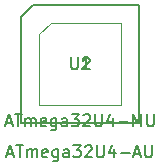
<source format=gbr>
G04 #@! TF.GenerationSoftware,KiCad,Pcbnew,(5.1.10)-1*
G04 #@! TF.CreationDate,2021-12-08T21:24:47+07:00*
G04 #@! TF.ProjectId,32u4mu to 32u4au,33327534-6d75-4207-946f-203332753461,rev?*
G04 #@! TF.SameCoordinates,Original*
G04 #@! TF.FileFunction,Other,Fab,Top*
%FSLAX46Y46*%
G04 Gerber Fmt 4.6, Leading zero omitted, Abs format (unit mm)*
G04 Created by KiCad (PCBNEW (5.1.10)-1) date 2021-12-08 21:24:47*
%MOMM*%
%LPD*%
G01*
G04 APERTURE LIST*
%ADD10C,0.100000*%
%ADD11C,0.150000*%
G04 APERTURE END LIST*
D10*
X91956250Y-54443750D02*
X97956250Y-54443750D01*
X97956250Y-54443750D02*
X97956250Y-61443750D01*
X97956250Y-61443750D02*
X90956250Y-61443750D01*
X90956250Y-61443750D02*
X90956250Y-55443750D01*
X90956250Y-55443750D02*
X91956250Y-54443750D01*
D11*
X90456250Y-52943750D02*
X99456250Y-52943750D01*
X99456250Y-52943750D02*
X99456250Y-62943750D01*
X99456250Y-62943750D02*
X89456250Y-62943750D01*
X89456250Y-62943750D02*
X89456250Y-53943750D01*
X89456250Y-53943750D02*
X90456250Y-52943750D01*
X88170535Y-62930416D02*
X88646726Y-62930416D01*
X88075297Y-63216130D02*
X88408630Y-62216130D01*
X88741964Y-63216130D01*
X88932440Y-62216130D02*
X89503869Y-62216130D01*
X89218154Y-63216130D02*
X89218154Y-62216130D01*
X89837202Y-63216130D02*
X89837202Y-62549464D01*
X89837202Y-62644702D02*
X89884821Y-62597083D01*
X89980059Y-62549464D01*
X90122916Y-62549464D01*
X90218154Y-62597083D01*
X90265773Y-62692321D01*
X90265773Y-63216130D01*
X90265773Y-62692321D02*
X90313392Y-62597083D01*
X90408630Y-62549464D01*
X90551488Y-62549464D01*
X90646726Y-62597083D01*
X90694345Y-62692321D01*
X90694345Y-63216130D01*
X91551488Y-63168511D02*
X91456250Y-63216130D01*
X91265773Y-63216130D01*
X91170535Y-63168511D01*
X91122916Y-63073273D01*
X91122916Y-62692321D01*
X91170535Y-62597083D01*
X91265773Y-62549464D01*
X91456250Y-62549464D01*
X91551488Y-62597083D01*
X91599107Y-62692321D01*
X91599107Y-62787559D01*
X91122916Y-62882797D01*
X92456250Y-62549464D02*
X92456250Y-63358988D01*
X92408630Y-63454226D01*
X92361011Y-63501845D01*
X92265773Y-63549464D01*
X92122916Y-63549464D01*
X92027678Y-63501845D01*
X92456250Y-63168511D02*
X92361011Y-63216130D01*
X92170535Y-63216130D01*
X92075297Y-63168511D01*
X92027678Y-63120892D01*
X91980059Y-63025654D01*
X91980059Y-62739940D01*
X92027678Y-62644702D01*
X92075297Y-62597083D01*
X92170535Y-62549464D01*
X92361011Y-62549464D01*
X92456250Y-62597083D01*
X93361011Y-63216130D02*
X93361011Y-62692321D01*
X93313392Y-62597083D01*
X93218154Y-62549464D01*
X93027678Y-62549464D01*
X92932440Y-62597083D01*
X93361011Y-63168511D02*
X93265773Y-63216130D01*
X93027678Y-63216130D01*
X92932440Y-63168511D01*
X92884821Y-63073273D01*
X92884821Y-62978035D01*
X92932440Y-62882797D01*
X93027678Y-62835178D01*
X93265773Y-62835178D01*
X93361011Y-62787559D01*
X93741964Y-62216130D02*
X94361011Y-62216130D01*
X94027678Y-62597083D01*
X94170535Y-62597083D01*
X94265773Y-62644702D01*
X94313392Y-62692321D01*
X94361011Y-62787559D01*
X94361011Y-63025654D01*
X94313392Y-63120892D01*
X94265773Y-63168511D01*
X94170535Y-63216130D01*
X93884821Y-63216130D01*
X93789583Y-63168511D01*
X93741964Y-63120892D01*
X94741964Y-62311369D02*
X94789583Y-62263750D01*
X94884821Y-62216130D01*
X95122916Y-62216130D01*
X95218154Y-62263750D01*
X95265773Y-62311369D01*
X95313392Y-62406607D01*
X95313392Y-62501845D01*
X95265773Y-62644702D01*
X94694345Y-63216130D01*
X95313392Y-63216130D01*
X95741964Y-62216130D02*
X95741964Y-63025654D01*
X95789583Y-63120892D01*
X95837202Y-63168511D01*
X95932440Y-63216130D01*
X96122916Y-63216130D01*
X96218154Y-63168511D01*
X96265773Y-63120892D01*
X96313392Y-63025654D01*
X96313392Y-62216130D01*
X97218154Y-62549464D02*
X97218154Y-63216130D01*
X96980059Y-62168511D02*
X96741964Y-62882797D01*
X97361011Y-62882797D01*
X97741964Y-62835178D02*
X98503869Y-62835178D01*
X98980059Y-63216130D02*
X98980059Y-62216130D01*
X99313392Y-62930416D01*
X99646726Y-62216130D01*
X99646726Y-63216130D01*
X100122916Y-62216130D02*
X100122916Y-63025654D01*
X100170535Y-63120892D01*
X100218154Y-63168511D01*
X100313392Y-63216130D01*
X100503869Y-63216130D01*
X100599107Y-63168511D01*
X100646726Y-63120892D01*
X100694345Y-63025654D01*
X100694345Y-62216130D01*
X93694345Y-57396130D02*
X93694345Y-58205654D01*
X93741964Y-58300892D01*
X93789583Y-58348511D01*
X93884821Y-58396130D01*
X94075297Y-58396130D01*
X94170535Y-58348511D01*
X94218154Y-58300892D01*
X94265773Y-58205654D01*
X94265773Y-57396130D01*
X94694345Y-57491369D02*
X94741964Y-57443750D01*
X94837202Y-57396130D01*
X95075297Y-57396130D01*
X95170535Y-57443750D01*
X95218154Y-57491369D01*
X95265773Y-57586607D01*
X95265773Y-57681845D01*
X95218154Y-57824702D01*
X94646726Y-58396130D01*
X95265773Y-58396130D01*
X88313392Y-65560416D02*
X88789583Y-65560416D01*
X88218154Y-65846130D02*
X88551488Y-64846130D01*
X88884821Y-65846130D01*
X89075297Y-64846130D02*
X89646726Y-64846130D01*
X89361011Y-65846130D02*
X89361011Y-64846130D01*
X89980059Y-65846130D02*
X89980059Y-65179464D01*
X89980059Y-65274702D02*
X90027678Y-65227083D01*
X90122916Y-65179464D01*
X90265773Y-65179464D01*
X90361011Y-65227083D01*
X90408630Y-65322321D01*
X90408630Y-65846130D01*
X90408630Y-65322321D02*
X90456250Y-65227083D01*
X90551488Y-65179464D01*
X90694345Y-65179464D01*
X90789583Y-65227083D01*
X90837202Y-65322321D01*
X90837202Y-65846130D01*
X91694345Y-65798511D02*
X91599107Y-65846130D01*
X91408630Y-65846130D01*
X91313392Y-65798511D01*
X91265773Y-65703273D01*
X91265773Y-65322321D01*
X91313392Y-65227083D01*
X91408630Y-65179464D01*
X91599107Y-65179464D01*
X91694345Y-65227083D01*
X91741964Y-65322321D01*
X91741964Y-65417559D01*
X91265773Y-65512797D01*
X92599107Y-65179464D02*
X92599107Y-65988988D01*
X92551488Y-66084226D01*
X92503869Y-66131845D01*
X92408630Y-66179464D01*
X92265773Y-66179464D01*
X92170535Y-66131845D01*
X92599107Y-65798511D02*
X92503869Y-65846130D01*
X92313392Y-65846130D01*
X92218154Y-65798511D01*
X92170535Y-65750892D01*
X92122916Y-65655654D01*
X92122916Y-65369940D01*
X92170535Y-65274702D01*
X92218154Y-65227083D01*
X92313392Y-65179464D01*
X92503869Y-65179464D01*
X92599107Y-65227083D01*
X93503869Y-65846130D02*
X93503869Y-65322321D01*
X93456250Y-65227083D01*
X93361011Y-65179464D01*
X93170535Y-65179464D01*
X93075297Y-65227083D01*
X93503869Y-65798511D02*
X93408630Y-65846130D01*
X93170535Y-65846130D01*
X93075297Y-65798511D01*
X93027678Y-65703273D01*
X93027678Y-65608035D01*
X93075297Y-65512797D01*
X93170535Y-65465178D01*
X93408630Y-65465178D01*
X93503869Y-65417559D01*
X93884821Y-64846130D02*
X94503869Y-64846130D01*
X94170535Y-65227083D01*
X94313392Y-65227083D01*
X94408630Y-65274702D01*
X94456250Y-65322321D01*
X94503869Y-65417559D01*
X94503869Y-65655654D01*
X94456250Y-65750892D01*
X94408630Y-65798511D01*
X94313392Y-65846130D01*
X94027678Y-65846130D01*
X93932440Y-65798511D01*
X93884821Y-65750892D01*
X94884821Y-64941369D02*
X94932440Y-64893750D01*
X95027678Y-64846130D01*
X95265773Y-64846130D01*
X95361011Y-64893750D01*
X95408630Y-64941369D01*
X95456250Y-65036607D01*
X95456250Y-65131845D01*
X95408630Y-65274702D01*
X94837202Y-65846130D01*
X95456250Y-65846130D01*
X95884821Y-64846130D02*
X95884821Y-65655654D01*
X95932440Y-65750892D01*
X95980059Y-65798511D01*
X96075297Y-65846130D01*
X96265773Y-65846130D01*
X96361011Y-65798511D01*
X96408630Y-65750892D01*
X96456250Y-65655654D01*
X96456250Y-64846130D01*
X97361011Y-65179464D02*
X97361011Y-65846130D01*
X97122916Y-64798511D02*
X96884821Y-65512797D01*
X97503869Y-65512797D01*
X97884821Y-65465178D02*
X98646726Y-65465178D01*
X99075297Y-65560416D02*
X99551488Y-65560416D01*
X98980059Y-65846130D02*
X99313392Y-64846130D01*
X99646726Y-65846130D01*
X99980059Y-64846130D02*
X99980059Y-65655654D01*
X100027678Y-65750892D01*
X100075297Y-65798511D01*
X100170535Y-65846130D01*
X100361011Y-65846130D01*
X100456250Y-65798511D01*
X100503869Y-65750892D01*
X100551488Y-65655654D01*
X100551488Y-64846130D01*
X93694345Y-57396130D02*
X93694345Y-58205654D01*
X93741964Y-58300892D01*
X93789583Y-58348511D01*
X93884821Y-58396130D01*
X94075297Y-58396130D01*
X94170535Y-58348511D01*
X94218154Y-58300892D01*
X94265773Y-58205654D01*
X94265773Y-57396130D01*
X95265773Y-58396130D02*
X94694345Y-58396130D01*
X94980059Y-58396130D02*
X94980059Y-57396130D01*
X94884821Y-57538988D01*
X94789583Y-57634226D01*
X94694345Y-57681845D01*
M02*

</source>
